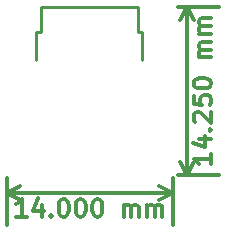
<source format=gbr>
G04 #@! TF.FileFunction,Drawing*
%FSLAX45Y45*%
G04 Gerber Fmt 4.5, Leading zero omitted, Abs format (unit mm)*
G04 Created by KiCad (PCBNEW (2015-06-14 BZR 5747, Git dc9ebf3)-product) date 7/9/2015 01:47:13*
%MOMM*%
G01*
G04 APERTURE LIST*
%ADD10C,0.254000*%
%ADD11C,0.300000*%
G04 APERTURE END LIST*
D10*
D11*
X7089286Y-9752857D02*
X7003571Y-9752857D01*
X7046429Y-9752857D02*
X7046429Y-9602857D01*
X7032143Y-9624286D01*
X7017857Y-9638571D01*
X7003571Y-9645714D01*
X7217857Y-9652857D02*
X7217857Y-9752857D01*
X7182143Y-9595714D02*
X7146429Y-9702857D01*
X7239286Y-9702857D01*
X7296429Y-9738571D02*
X7303571Y-9745714D01*
X7296429Y-9752857D01*
X7289286Y-9745714D01*
X7296429Y-9738571D01*
X7296429Y-9752857D01*
X7396429Y-9602857D02*
X7410714Y-9602857D01*
X7425000Y-9610000D01*
X7432143Y-9617143D01*
X7439286Y-9631429D01*
X7446429Y-9660000D01*
X7446429Y-9695714D01*
X7439286Y-9724286D01*
X7432143Y-9738571D01*
X7425000Y-9745714D01*
X7410714Y-9752857D01*
X7396429Y-9752857D01*
X7382143Y-9745714D01*
X7375000Y-9738571D01*
X7367857Y-9724286D01*
X7360714Y-9695714D01*
X7360714Y-9660000D01*
X7367857Y-9631429D01*
X7375000Y-9617143D01*
X7382143Y-9610000D01*
X7396429Y-9602857D01*
X7539286Y-9602857D02*
X7553571Y-9602857D01*
X7567857Y-9610000D01*
X7575000Y-9617143D01*
X7582143Y-9631429D01*
X7589286Y-9660000D01*
X7589286Y-9695714D01*
X7582143Y-9724286D01*
X7575000Y-9738571D01*
X7567857Y-9745714D01*
X7553571Y-9752857D01*
X7539286Y-9752857D01*
X7525000Y-9745714D01*
X7517857Y-9738571D01*
X7510714Y-9724286D01*
X7503571Y-9695714D01*
X7503571Y-9660000D01*
X7510714Y-9631429D01*
X7517857Y-9617143D01*
X7525000Y-9610000D01*
X7539286Y-9602857D01*
X7682143Y-9602857D02*
X7696428Y-9602857D01*
X7710714Y-9610000D01*
X7717857Y-9617143D01*
X7725000Y-9631429D01*
X7732143Y-9660000D01*
X7732143Y-9695714D01*
X7725000Y-9724286D01*
X7717857Y-9738571D01*
X7710714Y-9745714D01*
X7696428Y-9752857D01*
X7682143Y-9752857D01*
X7667857Y-9745714D01*
X7660714Y-9738571D01*
X7653571Y-9724286D01*
X7646428Y-9695714D01*
X7646428Y-9660000D01*
X7653571Y-9631429D01*
X7660714Y-9617143D01*
X7667857Y-9610000D01*
X7682143Y-9602857D01*
X7910714Y-9752857D02*
X7910714Y-9652857D01*
X7910714Y-9667143D02*
X7917857Y-9660000D01*
X7932143Y-9652857D01*
X7953571Y-9652857D01*
X7967857Y-9660000D01*
X7975000Y-9674286D01*
X7975000Y-9752857D01*
X7975000Y-9674286D02*
X7982143Y-9660000D01*
X7996428Y-9652857D01*
X8017857Y-9652857D01*
X8032143Y-9660000D01*
X8039286Y-9674286D01*
X8039286Y-9752857D01*
X8110714Y-9752857D02*
X8110714Y-9652857D01*
X8110714Y-9667143D02*
X8117857Y-9660000D01*
X8132143Y-9652857D01*
X8153571Y-9652857D01*
X8167857Y-9660000D01*
X8175000Y-9674286D01*
X8175000Y-9752857D01*
X8175000Y-9674286D02*
X8182143Y-9660000D01*
X8196428Y-9652857D01*
X8217857Y-9652857D01*
X8232143Y-9660000D01*
X8239286Y-9674286D01*
X8239286Y-9752857D01*
X6925000Y-9550000D02*
X8325000Y-9550000D01*
X6925000Y-9425000D02*
X6925000Y-9820000D01*
X8325000Y-9425000D02*
X8325000Y-9820000D01*
X8325000Y-9550000D02*
X8212350Y-9608642D01*
X8325000Y-9550000D02*
X8212350Y-9491358D01*
X6925000Y-9550000D02*
X7037650Y-9608642D01*
X6925000Y-9550000D02*
X7037650Y-9491358D01*
X8652857Y-9223214D02*
X8652857Y-9308929D01*
X8652857Y-9266071D02*
X8502857Y-9266071D01*
X8524286Y-9280357D01*
X8538571Y-9294643D01*
X8545714Y-9308929D01*
X8552857Y-9094643D02*
X8652857Y-9094643D01*
X8495714Y-9130357D02*
X8602857Y-9166071D01*
X8602857Y-9073214D01*
X8638571Y-9016071D02*
X8645714Y-9008929D01*
X8652857Y-9016071D01*
X8645714Y-9023214D01*
X8638571Y-9016071D01*
X8652857Y-9016071D01*
X8517143Y-8951786D02*
X8510000Y-8944643D01*
X8502857Y-8930357D01*
X8502857Y-8894643D01*
X8510000Y-8880357D01*
X8517143Y-8873214D01*
X8531429Y-8866071D01*
X8545714Y-8866071D01*
X8567143Y-8873214D01*
X8652857Y-8958929D01*
X8652857Y-8866071D01*
X8502857Y-8730357D02*
X8502857Y-8801786D01*
X8574286Y-8808929D01*
X8567143Y-8801786D01*
X8560000Y-8787500D01*
X8560000Y-8751786D01*
X8567143Y-8737500D01*
X8574286Y-8730357D01*
X8588571Y-8723214D01*
X8624286Y-8723214D01*
X8638571Y-8730357D01*
X8645714Y-8737500D01*
X8652857Y-8751786D01*
X8652857Y-8787500D01*
X8645714Y-8801786D01*
X8638571Y-8808929D01*
X8502857Y-8630357D02*
X8502857Y-8616072D01*
X8510000Y-8601786D01*
X8517143Y-8594643D01*
X8531429Y-8587500D01*
X8560000Y-8580357D01*
X8595714Y-8580357D01*
X8624286Y-8587500D01*
X8638571Y-8594643D01*
X8645714Y-8601786D01*
X8652857Y-8616072D01*
X8652857Y-8630357D01*
X8645714Y-8644643D01*
X8638571Y-8651786D01*
X8624286Y-8658929D01*
X8595714Y-8666072D01*
X8560000Y-8666072D01*
X8531429Y-8658929D01*
X8517143Y-8651786D01*
X8510000Y-8644643D01*
X8502857Y-8630357D01*
X8652857Y-8401786D02*
X8552857Y-8401786D01*
X8567143Y-8401786D02*
X8560000Y-8394643D01*
X8552857Y-8380357D01*
X8552857Y-8358929D01*
X8560000Y-8344643D01*
X8574286Y-8337500D01*
X8652857Y-8337500D01*
X8574286Y-8337500D02*
X8560000Y-8330357D01*
X8552857Y-8316071D01*
X8552857Y-8294643D01*
X8560000Y-8280357D01*
X8574286Y-8273214D01*
X8652857Y-8273214D01*
X8652857Y-8201786D02*
X8552857Y-8201786D01*
X8567143Y-8201786D02*
X8560000Y-8194643D01*
X8552857Y-8180357D01*
X8552857Y-8158929D01*
X8560000Y-8144643D01*
X8574286Y-8137500D01*
X8652857Y-8137500D01*
X8574286Y-8137500D02*
X8560000Y-8130357D01*
X8552857Y-8116071D01*
X8552857Y-8094643D01*
X8560000Y-8080357D01*
X8574286Y-8073214D01*
X8652857Y-8073214D01*
X8450000Y-9400000D02*
X8450000Y-7975000D01*
X8375000Y-9400000D02*
X8720000Y-9400000D01*
X8375000Y-7975000D02*
X8720000Y-7975000D01*
X8450000Y-7975000D02*
X8508642Y-8087650D01*
X8450000Y-7975000D02*
X8391358Y-8087650D01*
X8450000Y-9400000D02*
X8508642Y-9287350D01*
X8450000Y-9400000D02*
X8391358Y-9287350D01*
D10*
X7170000Y-8188000D02*
X7170000Y-8428000D01*
X7207500Y-8188000D02*
X7170000Y-8188000D01*
X8032500Y-8188000D02*
X8070000Y-8188000D01*
X8070000Y-8188000D02*
X8070000Y-8428000D01*
X8032500Y-7978000D02*
X8032500Y-8188000D01*
X7207500Y-7978000D02*
X7207500Y-8188000D01*
X7207500Y-7978000D02*
X8032500Y-7978000D01*
M02*

</source>
